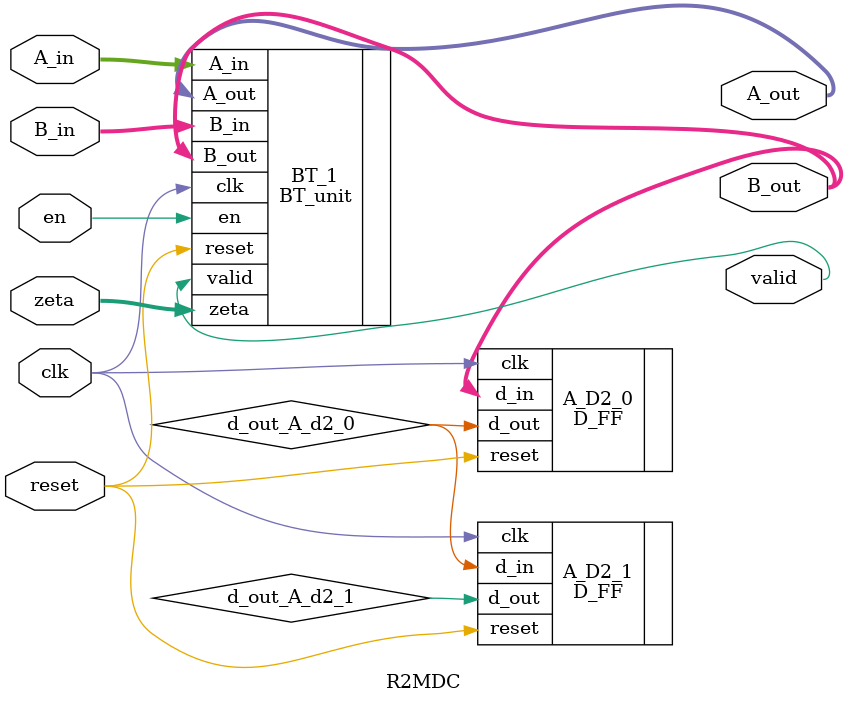
<source format=v>
`timescale 1ns / 1ps
module R2MDC
#(  parameter bit_len = 14)
(   
    input   clk,
    input   reset,
    input   en,
    input   signed [bit_len-1:0] A_in,
    input   signed [bit_len-1:0] B_in,
    input   signed [bit_len-1:0] zeta,
    output  reg signed [bit_len-1:0] A_out,
    output  reg signed [bit_len-1:0] B_out,
    output  reg valid
);

wire d_out_A_d2_0;
wire d_out_A_d2_1;
wire d_out_A_d1_0;

wire d_out_B_d2_0;
wire d_out_B_d2_1;
wire d_out_B_d1_0;


BT_unit BT_1(
        .clk(clk), 
		.reset(reset), 
		.en(en), 
		.A_in(A_in), 
		.B_in(B_in), 
		.zeta(zeta), 
		.A_out(A_out), 
		.B_out(B_out), 
		.valid(valid));

D_FF A_D2_0(        
    .clk(clk), 
    .reset(reset), 
    .d_in(B_out), 
    .d_out(d_out_A_d2_0));

D_FF A_D2_1(        
    .clk(clk), 
    .reset(reset), 
    .d_in(d_out_A_d2_0), 
    .d_out(d_out_A_d2_1));


endmodule

</source>
